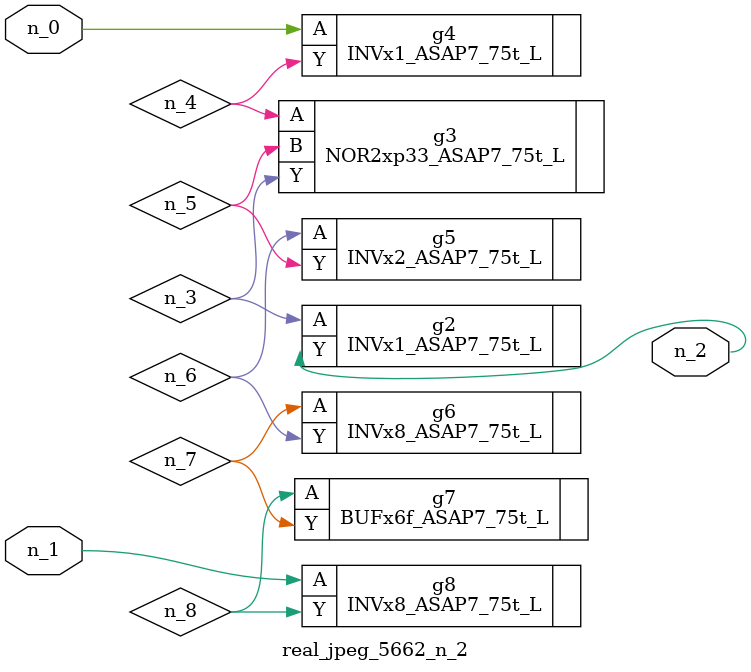
<source format=v>
module real_jpeg_5662_n_2 (n_1, n_0, n_2);

input n_1;
input n_0;

output n_2;

wire n_5;
wire n_4;
wire n_8;
wire n_6;
wire n_7;
wire n_3;

INVx1_ASAP7_75t_L g4 ( 
.A(n_0),
.Y(n_4)
);

INVx8_ASAP7_75t_L g8 ( 
.A(n_1),
.Y(n_8)
);

INVx1_ASAP7_75t_L g2 ( 
.A(n_3),
.Y(n_2)
);

NOR2xp33_ASAP7_75t_L g3 ( 
.A(n_4),
.B(n_5),
.Y(n_3)
);

INVx2_ASAP7_75t_L g5 ( 
.A(n_6),
.Y(n_5)
);

INVx8_ASAP7_75t_L g6 ( 
.A(n_7),
.Y(n_6)
);

BUFx6f_ASAP7_75t_L g7 ( 
.A(n_8),
.Y(n_7)
);


endmodule
</source>
